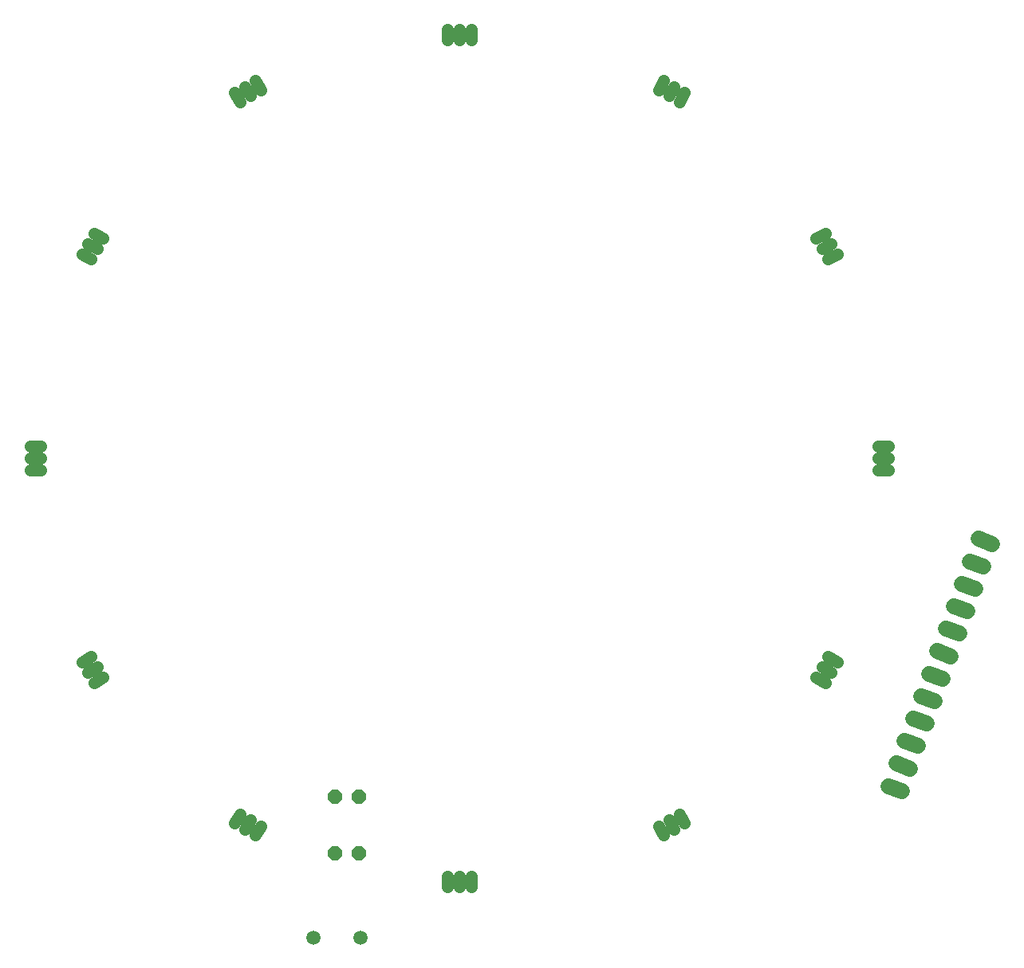
<source format=gbr>
G04 EAGLE Gerber RS-274X export*
G75*
%MOMM*%
%FSLAX34Y34*%
%LPD*%
%INSoldermask Top*%
%IPPOS*%
%AMOC8*
5,1,8,0,0,1.08239X$1,22.5*%
G01*
%ADD10C,1.311200*%
%ADD11P,1.649562X8X22.500000*%
%ADD12C,1.727200*%
%ADD13C,1.511200*%


D10*
X444460Y12700D02*
X455540Y12700D01*
X455540Y0D02*
X444460Y0D01*
X444460Y-12700D02*
X455540Y-12700D01*
X12700Y-444460D02*
X12700Y-455540D01*
X0Y-455540D02*
X0Y-444460D01*
X-12700Y-444460D02*
X-12700Y-455540D01*
X233229Y-378563D02*
X238769Y-388159D01*
X227770Y-394509D02*
X222230Y-384913D01*
X211231Y-391263D02*
X216771Y-400859D01*
X391263Y-211231D02*
X400859Y-216771D01*
X394509Y-227770D02*
X384913Y-222230D01*
X378563Y-233229D02*
X388159Y-238769D01*
X378563Y233229D02*
X388159Y238768D01*
X394509Y227770D02*
X384913Y222230D01*
X391263Y211232D02*
X400859Y216771D01*
X211231Y391263D02*
X216771Y400859D01*
X227770Y394509D02*
X222230Y384913D01*
X233229Y378563D02*
X238769Y388159D01*
X-12700Y444460D02*
X-12700Y455540D01*
X0Y455540D02*
X0Y444460D01*
X12700Y444460D02*
X12700Y455540D01*
X-233229Y378563D02*
X-238768Y388159D01*
X-227770Y394509D02*
X-222230Y384913D01*
X-211232Y391263D02*
X-216771Y400859D01*
X-391263Y211232D02*
X-400859Y216771D01*
X-394509Y227770D02*
X-384913Y222230D01*
X-378563Y233229D02*
X-388159Y238768D01*
X-444460Y-12700D02*
X-455540Y-12700D01*
X-455540Y0D02*
X-444460Y0D01*
X-444460Y12700D02*
X-455540Y12700D01*
X-378563Y-233229D02*
X-388159Y-238769D01*
X-394509Y-227770D02*
X-384913Y-222230D01*
X-391263Y-211231D02*
X-400859Y-216771D01*
X-211231Y-391263D02*
X-216771Y-400859D01*
X-227770Y-394509D02*
X-222230Y-384913D01*
X-233229Y-378563D02*
X-238769Y-388159D01*
D11*
X-132700Y-420000D03*
X-107300Y-420000D03*
X-132700Y-360000D03*
X-107300Y-360000D03*
D12*
X550620Y-86119D02*
X564941Y-91331D01*
X556253Y-115199D02*
X541932Y-109987D01*
X533245Y-133855D02*
X547566Y-139068D01*
X538879Y-162936D02*
X524558Y-157723D01*
X515871Y-181592D02*
X530191Y-186804D01*
X521504Y-210672D02*
X507183Y-205460D01*
X498496Y-229328D02*
X512817Y-234540D01*
X504129Y-258408D02*
X489809Y-253196D01*
X481121Y-277064D02*
X495442Y-282277D01*
X486755Y-306145D02*
X472434Y-300932D01*
X463747Y-324801D02*
X478068Y-330013D01*
X469380Y-353881D02*
X455059Y-348669D01*
D13*
X-105000Y-510000D03*
X-155000Y-510000D03*
M02*

</source>
